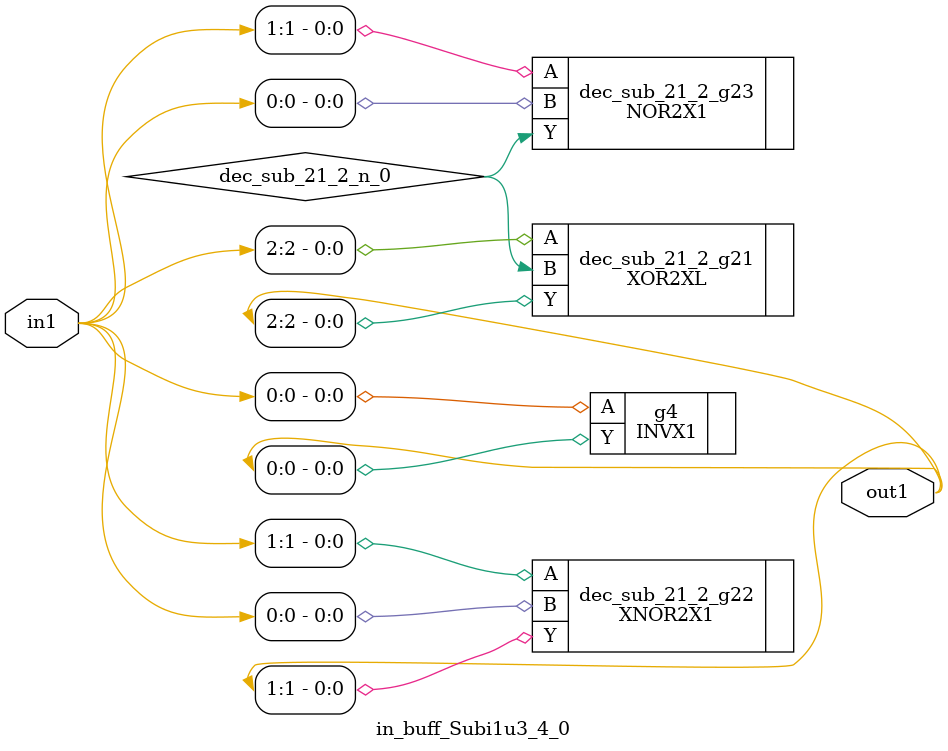
<source format=v>
`timescale 1ps / 1ps


module in_buff_Subi1u3_4_0(in1, out1);
  input [2:0] in1;
  output [2:0] out1;
  wire [2:0] in1;
  wire [2:0] out1;
  wire dec_sub_21_2_n_0;
  INVX1 g4(.A (in1[0]), .Y (out1[0]));
  XOR2XL dec_sub_21_2_g21(.A (in1[2]), .B (dec_sub_21_2_n_0), .Y
       (out1[2]));
  XNOR2X1 dec_sub_21_2_g22(.A (in1[1]), .B (in1[0]), .Y (out1[1]));
  NOR2X1 dec_sub_21_2_g23(.A (in1[1]), .B (in1[0]), .Y
       (dec_sub_21_2_n_0));
endmodule



</source>
